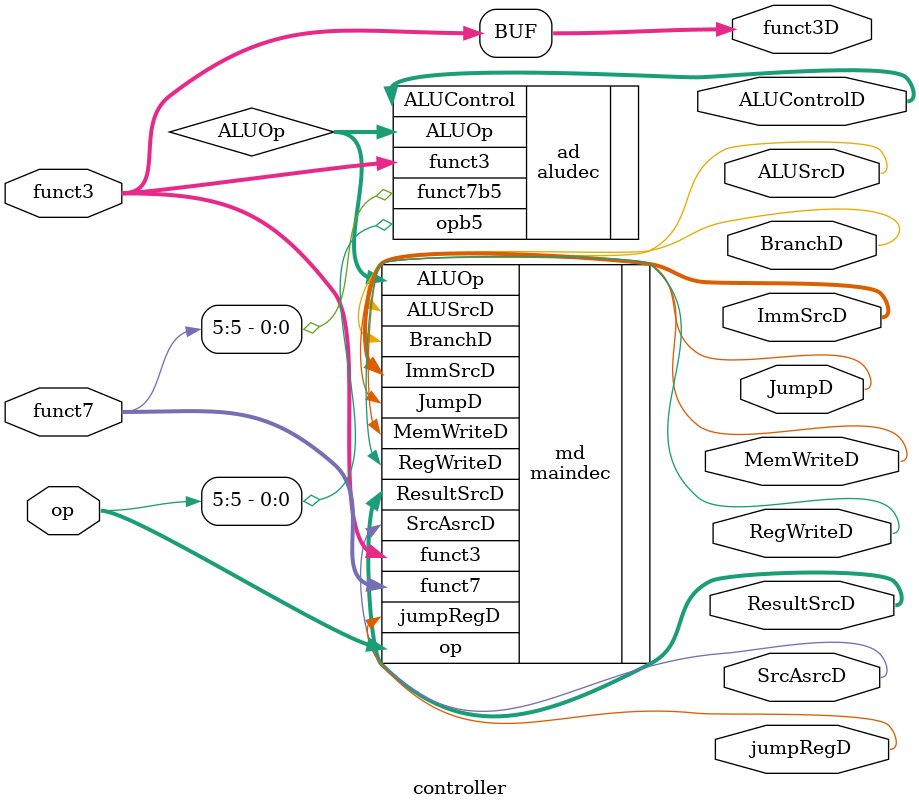
<source format=sv>
module controller (input logic [6:0] op,
                   input logic [2:0] funct3,
                   input logic [6:0] funct7,

                    // main decoder outputs
                   output logic [2:0] ResultSrcD,
                   output logic RegWriteD,
                   output logic MemWriteD,
                   output logic JumpD,
                   output logic BranchD,
                   output logic ALUSrcD,
                   output logic [2:0] ImmSrcD,
                   output logic SrcAsrcD,
                   output logic [2:0] funct3D,
                   output logic jumpRegD,

                    // ALU decoder output
                   output logic [3:0] ALUControlD
                   );

    logic [1:0] ALUOp;
    assign funct3D = funct3;

    maindec md(
        .op(op),
        .funct3(funct3),
        .funct7(funct7),
        .ResultSrcD(ResultSrcD),
        .MemWriteD(MemWriteD),
        .BranchD(BranchD),
        .ALUSrcD(ALUSrcD),
        .RegWriteD(RegWriteD),
        .JumpD(JumpD),
        .ImmSrcD(ImmSrcD),
        .ALUOp(ALUOp),
        .SrcAsrcD(SrcAsrcD),
        .jumpRegD(jumpRegD)
    );

    aludec ad(
        .opb5(op[5]),
        .funct3(funct3),
        .funct7b5(funct7[5]),
        .ALUOp(ALUOp),
        .ALUControl(ALUControlD)
    );
    
endmodule

</source>
